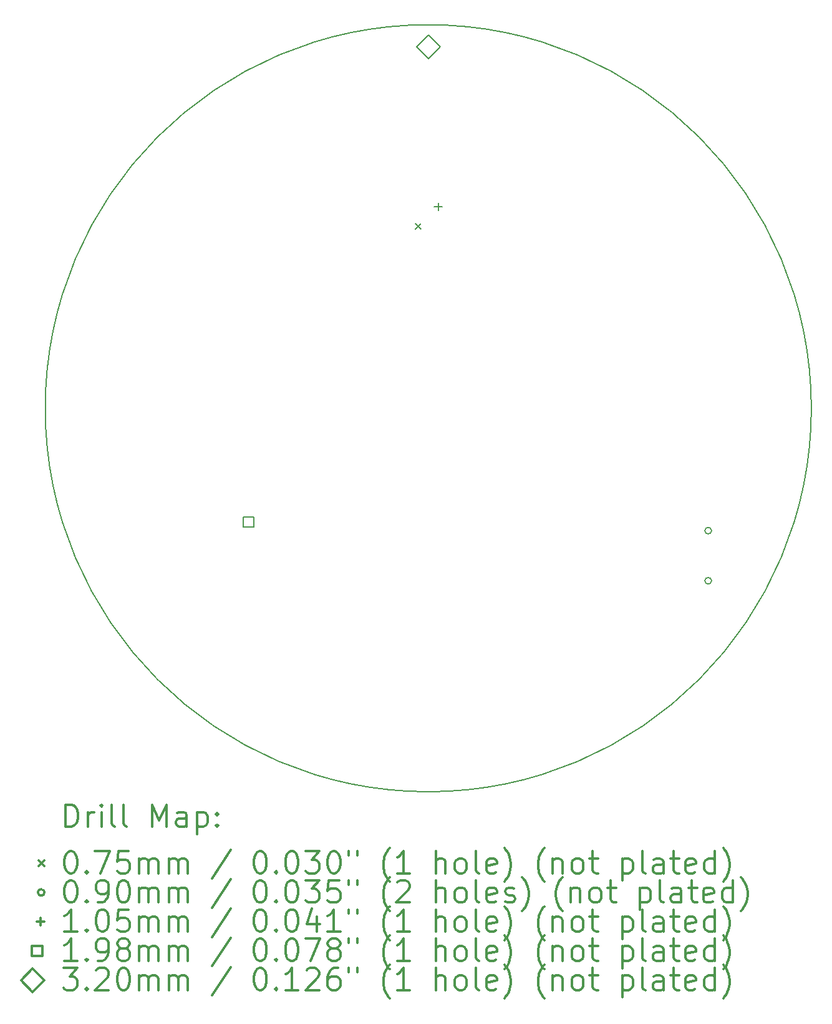
<source format=gbr>
%FSLAX45Y45*%
G04 Gerber Fmt 4.5, Leading zero omitted, Abs format (unit mm)*
G04 Created by KiCad (PCBNEW 5.0.0-rc2-dev-unknown+dfsg1+20180318-3) date Tue May 22 19:10:06 2018*
%MOMM*%
%LPD*%
G01*
G04 APERTURE LIST*
%ADD10C,0.200000*%
%ADD11C,0.300000*%
G04 APERTURE END LIST*
D10*
X20750000Y-8050000D02*
G75*
G03X20750000Y-8050000I-5200000J0D01*
G01*
D10*
X15378150Y-5546850D02*
X15453150Y-5621850D01*
X15453150Y-5546850D02*
X15378150Y-5621850D01*
X19395000Y-9710000D02*
G75*
G03X19395000Y-9710000I-45000J0D01*
G01*
X19395000Y-10390000D02*
G75*
G03X19395000Y-10390000I-45000J0D01*
G01*
X15684350Y-5263150D02*
X15684350Y-5368150D01*
X15631850Y-5315650D02*
X15736850Y-5315650D01*
X13180377Y-9661667D02*
X13180377Y-9521573D01*
X13040283Y-9521573D01*
X13040283Y-9661667D01*
X13180377Y-9661667D01*
X15550000Y-3310000D02*
X15710000Y-3150000D01*
X15550000Y-2990000D01*
X15390000Y-3150000D01*
X15550000Y-3310000D01*
D11*
X10626428Y-13725714D02*
X10626428Y-13425714D01*
X10697857Y-13425714D01*
X10740714Y-13440000D01*
X10769286Y-13468571D01*
X10783571Y-13497143D01*
X10797857Y-13554286D01*
X10797857Y-13597143D01*
X10783571Y-13654286D01*
X10769286Y-13682857D01*
X10740714Y-13711429D01*
X10697857Y-13725714D01*
X10626428Y-13725714D01*
X10926428Y-13725714D02*
X10926428Y-13525714D01*
X10926428Y-13582857D02*
X10940714Y-13554286D01*
X10955000Y-13540000D01*
X10983571Y-13525714D01*
X11012143Y-13525714D01*
X11112143Y-13725714D02*
X11112143Y-13525714D01*
X11112143Y-13425714D02*
X11097857Y-13440000D01*
X11112143Y-13454286D01*
X11126428Y-13440000D01*
X11112143Y-13425714D01*
X11112143Y-13454286D01*
X11297857Y-13725714D02*
X11269286Y-13711429D01*
X11255000Y-13682857D01*
X11255000Y-13425714D01*
X11455000Y-13725714D02*
X11426428Y-13711429D01*
X11412143Y-13682857D01*
X11412143Y-13425714D01*
X11797857Y-13725714D02*
X11797857Y-13425714D01*
X11897857Y-13640000D01*
X11997857Y-13425714D01*
X11997857Y-13725714D01*
X12269286Y-13725714D02*
X12269286Y-13568571D01*
X12255000Y-13540000D01*
X12226428Y-13525714D01*
X12169286Y-13525714D01*
X12140714Y-13540000D01*
X12269286Y-13711429D02*
X12240714Y-13725714D01*
X12169286Y-13725714D01*
X12140714Y-13711429D01*
X12126428Y-13682857D01*
X12126428Y-13654286D01*
X12140714Y-13625714D01*
X12169286Y-13611429D01*
X12240714Y-13611429D01*
X12269286Y-13597143D01*
X12412143Y-13525714D02*
X12412143Y-13825714D01*
X12412143Y-13540000D02*
X12440714Y-13525714D01*
X12497857Y-13525714D01*
X12526428Y-13540000D01*
X12540714Y-13554286D01*
X12555000Y-13582857D01*
X12555000Y-13668571D01*
X12540714Y-13697143D01*
X12526428Y-13711429D01*
X12497857Y-13725714D01*
X12440714Y-13725714D01*
X12412143Y-13711429D01*
X12683571Y-13697143D02*
X12697857Y-13711429D01*
X12683571Y-13725714D01*
X12669286Y-13711429D01*
X12683571Y-13697143D01*
X12683571Y-13725714D01*
X12683571Y-13540000D02*
X12697857Y-13554286D01*
X12683571Y-13568571D01*
X12669286Y-13554286D01*
X12683571Y-13540000D01*
X12683571Y-13568571D01*
X10265000Y-14182500D02*
X10340000Y-14257500D01*
X10340000Y-14182500D02*
X10265000Y-14257500D01*
X10683571Y-14055714D02*
X10712143Y-14055714D01*
X10740714Y-14070000D01*
X10755000Y-14084286D01*
X10769286Y-14112857D01*
X10783571Y-14170000D01*
X10783571Y-14241429D01*
X10769286Y-14298571D01*
X10755000Y-14327143D01*
X10740714Y-14341429D01*
X10712143Y-14355714D01*
X10683571Y-14355714D01*
X10655000Y-14341429D01*
X10640714Y-14327143D01*
X10626428Y-14298571D01*
X10612143Y-14241429D01*
X10612143Y-14170000D01*
X10626428Y-14112857D01*
X10640714Y-14084286D01*
X10655000Y-14070000D01*
X10683571Y-14055714D01*
X10912143Y-14327143D02*
X10926428Y-14341429D01*
X10912143Y-14355714D01*
X10897857Y-14341429D01*
X10912143Y-14327143D01*
X10912143Y-14355714D01*
X11026428Y-14055714D02*
X11226428Y-14055714D01*
X11097857Y-14355714D01*
X11483571Y-14055714D02*
X11340714Y-14055714D01*
X11326428Y-14198571D01*
X11340714Y-14184286D01*
X11369286Y-14170000D01*
X11440714Y-14170000D01*
X11469286Y-14184286D01*
X11483571Y-14198571D01*
X11497857Y-14227143D01*
X11497857Y-14298571D01*
X11483571Y-14327143D01*
X11469286Y-14341429D01*
X11440714Y-14355714D01*
X11369286Y-14355714D01*
X11340714Y-14341429D01*
X11326428Y-14327143D01*
X11626428Y-14355714D02*
X11626428Y-14155714D01*
X11626428Y-14184286D02*
X11640714Y-14170000D01*
X11669286Y-14155714D01*
X11712143Y-14155714D01*
X11740714Y-14170000D01*
X11755000Y-14198571D01*
X11755000Y-14355714D01*
X11755000Y-14198571D02*
X11769286Y-14170000D01*
X11797857Y-14155714D01*
X11840714Y-14155714D01*
X11869286Y-14170000D01*
X11883571Y-14198571D01*
X11883571Y-14355714D01*
X12026428Y-14355714D02*
X12026428Y-14155714D01*
X12026428Y-14184286D02*
X12040714Y-14170000D01*
X12069286Y-14155714D01*
X12112143Y-14155714D01*
X12140714Y-14170000D01*
X12155000Y-14198571D01*
X12155000Y-14355714D01*
X12155000Y-14198571D02*
X12169286Y-14170000D01*
X12197857Y-14155714D01*
X12240714Y-14155714D01*
X12269286Y-14170000D01*
X12283571Y-14198571D01*
X12283571Y-14355714D01*
X12869286Y-14041429D02*
X12612143Y-14427143D01*
X13255000Y-14055714D02*
X13283571Y-14055714D01*
X13312143Y-14070000D01*
X13326428Y-14084286D01*
X13340714Y-14112857D01*
X13355000Y-14170000D01*
X13355000Y-14241429D01*
X13340714Y-14298571D01*
X13326428Y-14327143D01*
X13312143Y-14341429D01*
X13283571Y-14355714D01*
X13255000Y-14355714D01*
X13226428Y-14341429D01*
X13212143Y-14327143D01*
X13197857Y-14298571D01*
X13183571Y-14241429D01*
X13183571Y-14170000D01*
X13197857Y-14112857D01*
X13212143Y-14084286D01*
X13226428Y-14070000D01*
X13255000Y-14055714D01*
X13483571Y-14327143D02*
X13497857Y-14341429D01*
X13483571Y-14355714D01*
X13469286Y-14341429D01*
X13483571Y-14327143D01*
X13483571Y-14355714D01*
X13683571Y-14055714D02*
X13712143Y-14055714D01*
X13740714Y-14070000D01*
X13755000Y-14084286D01*
X13769286Y-14112857D01*
X13783571Y-14170000D01*
X13783571Y-14241429D01*
X13769286Y-14298571D01*
X13755000Y-14327143D01*
X13740714Y-14341429D01*
X13712143Y-14355714D01*
X13683571Y-14355714D01*
X13655000Y-14341429D01*
X13640714Y-14327143D01*
X13626428Y-14298571D01*
X13612143Y-14241429D01*
X13612143Y-14170000D01*
X13626428Y-14112857D01*
X13640714Y-14084286D01*
X13655000Y-14070000D01*
X13683571Y-14055714D01*
X13883571Y-14055714D02*
X14069286Y-14055714D01*
X13969286Y-14170000D01*
X14012143Y-14170000D01*
X14040714Y-14184286D01*
X14055000Y-14198571D01*
X14069286Y-14227143D01*
X14069286Y-14298571D01*
X14055000Y-14327143D01*
X14040714Y-14341429D01*
X14012143Y-14355714D01*
X13926428Y-14355714D01*
X13897857Y-14341429D01*
X13883571Y-14327143D01*
X14255000Y-14055714D02*
X14283571Y-14055714D01*
X14312143Y-14070000D01*
X14326428Y-14084286D01*
X14340714Y-14112857D01*
X14355000Y-14170000D01*
X14355000Y-14241429D01*
X14340714Y-14298571D01*
X14326428Y-14327143D01*
X14312143Y-14341429D01*
X14283571Y-14355714D01*
X14255000Y-14355714D01*
X14226428Y-14341429D01*
X14212143Y-14327143D01*
X14197857Y-14298571D01*
X14183571Y-14241429D01*
X14183571Y-14170000D01*
X14197857Y-14112857D01*
X14212143Y-14084286D01*
X14226428Y-14070000D01*
X14255000Y-14055714D01*
X14469286Y-14055714D02*
X14469286Y-14112857D01*
X14583571Y-14055714D02*
X14583571Y-14112857D01*
X15026428Y-14470000D02*
X15012143Y-14455714D01*
X14983571Y-14412857D01*
X14969286Y-14384286D01*
X14955000Y-14341429D01*
X14940714Y-14270000D01*
X14940714Y-14212857D01*
X14955000Y-14141429D01*
X14969286Y-14098571D01*
X14983571Y-14070000D01*
X15012143Y-14027143D01*
X15026428Y-14012857D01*
X15297857Y-14355714D02*
X15126428Y-14355714D01*
X15212143Y-14355714D02*
X15212143Y-14055714D01*
X15183571Y-14098571D01*
X15155000Y-14127143D01*
X15126428Y-14141429D01*
X15655000Y-14355714D02*
X15655000Y-14055714D01*
X15783571Y-14355714D02*
X15783571Y-14198571D01*
X15769286Y-14170000D01*
X15740714Y-14155714D01*
X15697857Y-14155714D01*
X15669286Y-14170000D01*
X15655000Y-14184286D01*
X15969286Y-14355714D02*
X15940714Y-14341429D01*
X15926428Y-14327143D01*
X15912143Y-14298571D01*
X15912143Y-14212857D01*
X15926428Y-14184286D01*
X15940714Y-14170000D01*
X15969286Y-14155714D01*
X16012143Y-14155714D01*
X16040714Y-14170000D01*
X16055000Y-14184286D01*
X16069286Y-14212857D01*
X16069286Y-14298571D01*
X16055000Y-14327143D01*
X16040714Y-14341429D01*
X16012143Y-14355714D01*
X15969286Y-14355714D01*
X16240714Y-14355714D02*
X16212143Y-14341429D01*
X16197857Y-14312857D01*
X16197857Y-14055714D01*
X16469286Y-14341429D02*
X16440714Y-14355714D01*
X16383571Y-14355714D01*
X16355000Y-14341429D01*
X16340714Y-14312857D01*
X16340714Y-14198571D01*
X16355000Y-14170000D01*
X16383571Y-14155714D01*
X16440714Y-14155714D01*
X16469286Y-14170000D01*
X16483571Y-14198571D01*
X16483571Y-14227143D01*
X16340714Y-14255714D01*
X16583571Y-14470000D02*
X16597857Y-14455714D01*
X16626428Y-14412857D01*
X16640714Y-14384286D01*
X16655000Y-14341429D01*
X16669286Y-14270000D01*
X16669286Y-14212857D01*
X16655000Y-14141429D01*
X16640714Y-14098571D01*
X16626428Y-14070000D01*
X16597857Y-14027143D01*
X16583571Y-14012857D01*
X17126428Y-14470000D02*
X17112143Y-14455714D01*
X17083571Y-14412857D01*
X17069286Y-14384286D01*
X17055000Y-14341429D01*
X17040714Y-14270000D01*
X17040714Y-14212857D01*
X17055000Y-14141429D01*
X17069286Y-14098571D01*
X17083571Y-14070000D01*
X17112143Y-14027143D01*
X17126428Y-14012857D01*
X17240714Y-14155714D02*
X17240714Y-14355714D01*
X17240714Y-14184286D02*
X17255000Y-14170000D01*
X17283571Y-14155714D01*
X17326428Y-14155714D01*
X17355000Y-14170000D01*
X17369286Y-14198571D01*
X17369286Y-14355714D01*
X17555000Y-14355714D02*
X17526428Y-14341429D01*
X17512143Y-14327143D01*
X17497857Y-14298571D01*
X17497857Y-14212857D01*
X17512143Y-14184286D01*
X17526428Y-14170000D01*
X17555000Y-14155714D01*
X17597857Y-14155714D01*
X17626428Y-14170000D01*
X17640714Y-14184286D01*
X17655000Y-14212857D01*
X17655000Y-14298571D01*
X17640714Y-14327143D01*
X17626428Y-14341429D01*
X17597857Y-14355714D01*
X17555000Y-14355714D01*
X17740714Y-14155714D02*
X17855000Y-14155714D01*
X17783571Y-14055714D02*
X17783571Y-14312857D01*
X17797857Y-14341429D01*
X17826428Y-14355714D01*
X17855000Y-14355714D01*
X18183571Y-14155714D02*
X18183571Y-14455714D01*
X18183571Y-14170000D02*
X18212143Y-14155714D01*
X18269286Y-14155714D01*
X18297857Y-14170000D01*
X18312143Y-14184286D01*
X18326428Y-14212857D01*
X18326428Y-14298571D01*
X18312143Y-14327143D01*
X18297857Y-14341429D01*
X18269286Y-14355714D01*
X18212143Y-14355714D01*
X18183571Y-14341429D01*
X18497857Y-14355714D02*
X18469286Y-14341429D01*
X18455000Y-14312857D01*
X18455000Y-14055714D01*
X18740714Y-14355714D02*
X18740714Y-14198571D01*
X18726428Y-14170000D01*
X18697857Y-14155714D01*
X18640714Y-14155714D01*
X18612143Y-14170000D01*
X18740714Y-14341429D02*
X18712143Y-14355714D01*
X18640714Y-14355714D01*
X18612143Y-14341429D01*
X18597857Y-14312857D01*
X18597857Y-14284286D01*
X18612143Y-14255714D01*
X18640714Y-14241429D01*
X18712143Y-14241429D01*
X18740714Y-14227143D01*
X18840714Y-14155714D02*
X18955000Y-14155714D01*
X18883571Y-14055714D02*
X18883571Y-14312857D01*
X18897857Y-14341429D01*
X18926428Y-14355714D01*
X18955000Y-14355714D01*
X19169286Y-14341429D02*
X19140714Y-14355714D01*
X19083571Y-14355714D01*
X19055000Y-14341429D01*
X19040714Y-14312857D01*
X19040714Y-14198571D01*
X19055000Y-14170000D01*
X19083571Y-14155714D01*
X19140714Y-14155714D01*
X19169286Y-14170000D01*
X19183571Y-14198571D01*
X19183571Y-14227143D01*
X19040714Y-14255714D01*
X19440714Y-14355714D02*
X19440714Y-14055714D01*
X19440714Y-14341429D02*
X19412143Y-14355714D01*
X19355000Y-14355714D01*
X19326428Y-14341429D01*
X19312143Y-14327143D01*
X19297857Y-14298571D01*
X19297857Y-14212857D01*
X19312143Y-14184286D01*
X19326428Y-14170000D01*
X19355000Y-14155714D01*
X19412143Y-14155714D01*
X19440714Y-14170000D01*
X19555000Y-14470000D02*
X19569286Y-14455714D01*
X19597857Y-14412857D01*
X19612143Y-14384286D01*
X19626428Y-14341429D01*
X19640714Y-14270000D01*
X19640714Y-14212857D01*
X19626428Y-14141429D01*
X19612143Y-14098571D01*
X19597857Y-14070000D01*
X19569286Y-14027143D01*
X19555000Y-14012857D01*
X10340000Y-14616000D02*
G75*
G03X10340000Y-14616000I-45000J0D01*
G01*
X10683571Y-14451714D02*
X10712143Y-14451714D01*
X10740714Y-14466000D01*
X10755000Y-14480286D01*
X10769286Y-14508857D01*
X10783571Y-14566000D01*
X10783571Y-14637429D01*
X10769286Y-14694571D01*
X10755000Y-14723143D01*
X10740714Y-14737429D01*
X10712143Y-14751714D01*
X10683571Y-14751714D01*
X10655000Y-14737429D01*
X10640714Y-14723143D01*
X10626428Y-14694571D01*
X10612143Y-14637429D01*
X10612143Y-14566000D01*
X10626428Y-14508857D01*
X10640714Y-14480286D01*
X10655000Y-14466000D01*
X10683571Y-14451714D01*
X10912143Y-14723143D02*
X10926428Y-14737429D01*
X10912143Y-14751714D01*
X10897857Y-14737429D01*
X10912143Y-14723143D01*
X10912143Y-14751714D01*
X11069286Y-14751714D02*
X11126428Y-14751714D01*
X11155000Y-14737429D01*
X11169286Y-14723143D01*
X11197857Y-14680286D01*
X11212143Y-14623143D01*
X11212143Y-14508857D01*
X11197857Y-14480286D01*
X11183571Y-14466000D01*
X11155000Y-14451714D01*
X11097857Y-14451714D01*
X11069286Y-14466000D01*
X11055000Y-14480286D01*
X11040714Y-14508857D01*
X11040714Y-14580286D01*
X11055000Y-14608857D01*
X11069286Y-14623143D01*
X11097857Y-14637429D01*
X11155000Y-14637429D01*
X11183571Y-14623143D01*
X11197857Y-14608857D01*
X11212143Y-14580286D01*
X11397857Y-14451714D02*
X11426428Y-14451714D01*
X11455000Y-14466000D01*
X11469286Y-14480286D01*
X11483571Y-14508857D01*
X11497857Y-14566000D01*
X11497857Y-14637429D01*
X11483571Y-14694571D01*
X11469286Y-14723143D01*
X11455000Y-14737429D01*
X11426428Y-14751714D01*
X11397857Y-14751714D01*
X11369286Y-14737429D01*
X11355000Y-14723143D01*
X11340714Y-14694571D01*
X11326428Y-14637429D01*
X11326428Y-14566000D01*
X11340714Y-14508857D01*
X11355000Y-14480286D01*
X11369286Y-14466000D01*
X11397857Y-14451714D01*
X11626428Y-14751714D02*
X11626428Y-14551714D01*
X11626428Y-14580286D02*
X11640714Y-14566000D01*
X11669286Y-14551714D01*
X11712143Y-14551714D01*
X11740714Y-14566000D01*
X11755000Y-14594571D01*
X11755000Y-14751714D01*
X11755000Y-14594571D02*
X11769286Y-14566000D01*
X11797857Y-14551714D01*
X11840714Y-14551714D01*
X11869286Y-14566000D01*
X11883571Y-14594571D01*
X11883571Y-14751714D01*
X12026428Y-14751714D02*
X12026428Y-14551714D01*
X12026428Y-14580286D02*
X12040714Y-14566000D01*
X12069286Y-14551714D01*
X12112143Y-14551714D01*
X12140714Y-14566000D01*
X12155000Y-14594571D01*
X12155000Y-14751714D01*
X12155000Y-14594571D02*
X12169286Y-14566000D01*
X12197857Y-14551714D01*
X12240714Y-14551714D01*
X12269286Y-14566000D01*
X12283571Y-14594571D01*
X12283571Y-14751714D01*
X12869286Y-14437429D02*
X12612143Y-14823143D01*
X13255000Y-14451714D02*
X13283571Y-14451714D01*
X13312143Y-14466000D01*
X13326428Y-14480286D01*
X13340714Y-14508857D01*
X13355000Y-14566000D01*
X13355000Y-14637429D01*
X13340714Y-14694571D01*
X13326428Y-14723143D01*
X13312143Y-14737429D01*
X13283571Y-14751714D01*
X13255000Y-14751714D01*
X13226428Y-14737429D01*
X13212143Y-14723143D01*
X13197857Y-14694571D01*
X13183571Y-14637429D01*
X13183571Y-14566000D01*
X13197857Y-14508857D01*
X13212143Y-14480286D01*
X13226428Y-14466000D01*
X13255000Y-14451714D01*
X13483571Y-14723143D02*
X13497857Y-14737429D01*
X13483571Y-14751714D01*
X13469286Y-14737429D01*
X13483571Y-14723143D01*
X13483571Y-14751714D01*
X13683571Y-14451714D02*
X13712143Y-14451714D01*
X13740714Y-14466000D01*
X13755000Y-14480286D01*
X13769286Y-14508857D01*
X13783571Y-14566000D01*
X13783571Y-14637429D01*
X13769286Y-14694571D01*
X13755000Y-14723143D01*
X13740714Y-14737429D01*
X13712143Y-14751714D01*
X13683571Y-14751714D01*
X13655000Y-14737429D01*
X13640714Y-14723143D01*
X13626428Y-14694571D01*
X13612143Y-14637429D01*
X13612143Y-14566000D01*
X13626428Y-14508857D01*
X13640714Y-14480286D01*
X13655000Y-14466000D01*
X13683571Y-14451714D01*
X13883571Y-14451714D02*
X14069286Y-14451714D01*
X13969286Y-14566000D01*
X14012143Y-14566000D01*
X14040714Y-14580286D01*
X14055000Y-14594571D01*
X14069286Y-14623143D01*
X14069286Y-14694571D01*
X14055000Y-14723143D01*
X14040714Y-14737429D01*
X14012143Y-14751714D01*
X13926428Y-14751714D01*
X13897857Y-14737429D01*
X13883571Y-14723143D01*
X14340714Y-14451714D02*
X14197857Y-14451714D01*
X14183571Y-14594571D01*
X14197857Y-14580286D01*
X14226428Y-14566000D01*
X14297857Y-14566000D01*
X14326428Y-14580286D01*
X14340714Y-14594571D01*
X14355000Y-14623143D01*
X14355000Y-14694571D01*
X14340714Y-14723143D01*
X14326428Y-14737429D01*
X14297857Y-14751714D01*
X14226428Y-14751714D01*
X14197857Y-14737429D01*
X14183571Y-14723143D01*
X14469286Y-14451714D02*
X14469286Y-14508857D01*
X14583571Y-14451714D02*
X14583571Y-14508857D01*
X15026428Y-14866000D02*
X15012143Y-14851714D01*
X14983571Y-14808857D01*
X14969286Y-14780286D01*
X14955000Y-14737429D01*
X14940714Y-14666000D01*
X14940714Y-14608857D01*
X14955000Y-14537429D01*
X14969286Y-14494571D01*
X14983571Y-14466000D01*
X15012143Y-14423143D01*
X15026428Y-14408857D01*
X15126428Y-14480286D02*
X15140714Y-14466000D01*
X15169286Y-14451714D01*
X15240714Y-14451714D01*
X15269286Y-14466000D01*
X15283571Y-14480286D01*
X15297857Y-14508857D01*
X15297857Y-14537429D01*
X15283571Y-14580286D01*
X15112143Y-14751714D01*
X15297857Y-14751714D01*
X15655000Y-14751714D02*
X15655000Y-14451714D01*
X15783571Y-14751714D02*
X15783571Y-14594571D01*
X15769286Y-14566000D01*
X15740714Y-14551714D01*
X15697857Y-14551714D01*
X15669286Y-14566000D01*
X15655000Y-14580286D01*
X15969286Y-14751714D02*
X15940714Y-14737429D01*
X15926428Y-14723143D01*
X15912143Y-14694571D01*
X15912143Y-14608857D01*
X15926428Y-14580286D01*
X15940714Y-14566000D01*
X15969286Y-14551714D01*
X16012143Y-14551714D01*
X16040714Y-14566000D01*
X16055000Y-14580286D01*
X16069286Y-14608857D01*
X16069286Y-14694571D01*
X16055000Y-14723143D01*
X16040714Y-14737429D01*
X16012143Y-14751714D01*
X15969286Y-14751714D01*
X16240714Y-14751714D02*
X16212143Y-14737429D01*
X16197857Y-14708857D01*
X16197857Y-14451714D01*
X16469286Y-14737429D02*
X16440714Y-14751714D01*
X16383571Y-14751714D01*
X16355000Y-14737429D01*
X16340714Y-14708857D01*
X16340714Y-14594571D01*
X16355000Y-14566000D01*
X16383571Y-14551714D01*
X16440714Y-14551714D01*
X16469286Y-14566000D01*
X16483571Y-14594571D01*
X16483571Y-14623143D01*
X16340714Y-14651714D01*
X16597857Y-14737429D02*
X16626428Y-14751714D01*
X16683571Y-14751714D01*
X16712143Y-14737429D01*
X16726428Y-14708857D01*
X16726428Y-14694571D01*
X16712143Y-14666000D01*
X16683571Y-14651714D01*
X16640714Y-14651714D01*
X16612143Y-14637429D01*
X16597857Y-14608857D01*
X16597857Y-14594571D01*
X16612143Y-14566000D01*
X16640714Y-14551714D01*
X16683571Y-14551714D01*
X16712143Y-14566000D01*
X16826428Y-14866000D02*
X16840714Y-14851714D01*
X16869286Y-14808857D01*
X16883571Y-14780286D01*
X16897857Y-14737429D01*
X16912143Y-14666000D01*
X16912143Y-14608857D01*
X16897857Y-14537429D01*
X16883571Y-14494571D01*
X16869286Y-14466000D01*
X16840714Y-14423143D01*
X16826428Y-14408857D01*
X17369286Y-14866000D02*
X17355000Y-14851714D01*
X17326428Y-14808857D01*
X17312143Y-14780286D01*
X17297857Y-14737429D01*
X17283571Y-14666000D01*
X17283571Y-14608857D01*
X17297857Y-14537429D01*
X17312143Y-14494571D01*
X17326428Y-14466000D01*
X17355000Y-14423143D01*
X17369286Y-14408857D01*
X17483571Y-14551714D02*
X17483571Y-14751714D01*
X17483571Y-14580286D02*
X17497857Y-14566000D01*
X17526428Y-14551714D01*
X17569286Y-14551714D01*
X17597857Y-14566000D01*
X17612143Y-14594571D01*
X17612143Y-14751714D01*
X17797857Y-14751714D02*
X17769286Y-14737429D01*
X17755000Y-14723143D01*
X17740714Y-14694571D01*
X17740714Y-14608857D01*
X17755000Y-14580286D01*
X17769286Y-14566000D01*
X17797857Y-14551714D01*
X17840714Y-14551714D01*
X17869286Y-14566000D01*
X17883571Y-14580286D01*
X17897857Y-14608857D01*
X17897857Y-14694571D01*
X17883571Y-14723143D01*
X17869286Y-14737429D01*
X17840714Y-14751714D01*
X17797857Y-14751714D01*
X17983571Y-14551714D02*
X18097857Y-14551714D01*
X18026428Y-14451714D02*
X18026428Y-14708857D01*
X18040714Y-14737429D01*
X18069286Y-14751714D01*
X18097857Y-14751714D01*
X18426428Y-14551714D02*
X18426428Y-14851714D01*
X18426428Y-14566000D02*
X18455000Y-14551714D01*
X18512143Y-14551714D01*
X18540714Y-14566000D01*
X18555000Y-14580286D01*
X18569286Y-14608857D01*
X18569286Y-14694571D01*
X18555000Y-14723143D01*
X18540714Y-14737429D01*
X18512143Y-14751714D01*
X18455000Y-14751714D01*
X18426428Y-14737429D01*
X18740714Y-14751714D02*
X18712143Y-14737429D01*
X18697857Y-14708857D01*
X18697857Y-14451714D01*
X18983571Y-14751714D02*
X18983571Y-14594571D01*
X18969286Y-14566000D01*
X18940714Y-14551714D01*
X18883571Y-14551714D01*
X18855000Y-14566000D01*
X18983571Y-14737429D02*
X18955000Y-14751714D01*
X18883571Y-14751714D01*
X18855000Y-14737429D01*
X18840714Y-14708857D01*
X18840714Y-14680286D01*
X18855000Y-14651714D01*
X18883571Y-14637429D01*
X18955000Y-14637429D01*
X18983571Y-14623143D01*
X19083571Y-14551714D02*
X19197857Y-14551714D01*
X19126428Y-14451714D02*
X19126428Y-14708857D01*
X19140714Y-14737429D01*
X19169286Y-14751714D01*
X19197857Y-14751714D01*
X19412143Y-14737429D02*
X19383571Y-14751714D01*
X19326428Y-14751714D01*
X19297857Y-14737429D01*
X19283571Y-14708857D01*
X19283571Y-14594571D01*
X19297857Y-14566000D01*
X19326428Y-14551714D01*
X19383571Y-14551714D01*
X19412143Y-14566000D01*
X19426428Y-14594571D01*
X19426428Y-14623143D01*
X19283571Y-14651714D01*
X19683571Y-14751714D02*
X19683571Y-14451714D01*
X19683571Y-14737429D02*
X19655000Y-14751714D01*
X19597857Y-14751714D01*
X19569286Y-14737429D01*
X19555000Y-14723143D01*
X19540714Y-14694571D01*
X19540714Y-14608857D01*
X19555000Y-14580286D01*
X19569286Y-14566000D01*
X19597857Y-14551714D01*
X19655000Y-14551714D01*
X19683571Y-14566000D01*
X19797857Y-14866000D02*
X19812143Y-14851714D01*
X19840714Y-14808857D01*
X19855000Y-14780286D01*
X19869286Y-14737429D01*
X19883571Y-14666000D01*
X19883571Y-14608857D01*
X19869286Y-14537429D01*
X19855000Y-14494571D01*
X19840714Y-14466000D01*
X19812143Y-14423143D01*
X19797857Y-14408857D01*
X10287500Y-14959500D02*
X10287500Y-15064500D01*
X10235000Y-15012000D02*
X10340000Y-15012000D01*
X10783571Y-15147714D02*
X10612143Y-15147714D01*
X10697857Y-15147714D02*
X10697857Y-14847714D01*
X10669286Y-14890571D01*
X10640714Y-14919143D01*
X10612143Y-14933429D01*
X10912143Y-15119143D02*
X10926428Y-15133429D01*
X10912143Y-15147714D01*
X10897857Y-15133429D01*
X10912143Y-15119143D01*
X10912143Y-15147714D01*
X11112143Y-14847714D02*
X11140714Y-14847714D01*
X11169286Y-14862000D01*
X11183571Y-14876286D01*
X11197857Y-14904857D01*
X11212143Y-14962000D01*
X11212143Y-15033429D01*
X11197857Y-15090571D01*
X11183571Y-15119143D01*
X11169286Y-15133429D01*
X11140714Y-15147714D01*
X11112143Y-15147714D01*
X11083571Y-15133429D01*
X11069286Y-15119143D01*
X11055000Y-15090571D01*
X11040714Y-15033429D01*
X11040714Y-14962000D01*
X11055000Y-14904857D01*
X11069286Y-14876286D01*
X11083571Y-14862000D01*
X11112143Y-14847714D01*
X11483571Y-14847714D02*
X11340714Y-14847714D01*
X11326428Y-14990571D01*
X11340714Y-14976286D01*
X11369286Y-14962000D01*
X11440714Y-14962000D01*
X11469286Y-14976286D01*
X11483571Y-14990571D01*
X11497857Y-15019143D01*
X11497857Y-15090571D01*
X11483571Y-15119143D01*
X11469286Y-15133429D01*
X11440714Y-15147714D01*
X11369286Y-15147714D01*
X11340714Y-15133429D01*
X11326428Y-15119143D01*
X11626428Y-15147714D02*
X11626428Y-14947714D01*
X11626428Y-14976286D02*
X11640714Y-14962000D01*
X11669286Y-14947714D01*
X11712143Y-14947714D01*
X11740714Y-14962000D01*
X11755000Y-14990571D01*
X11755000Y-15147714D01*
X11755000Y-14990571D02*
X11769286Y-14962000D01*
X11797857Y-14947714D01*
X11840714Y-14947714D01*
X11869286Y-14962000D01*
X11883571Y-14990571D01*
X11883571Y-15147714D01*
X12026428Y-15147714D02*
X12026428Y-14947714D01*
X12026428Y-14976286D02*
X12040714Y-14962000D01*
X12069286Y-14947714D01*
X12112143Y-14947714D01*
X12140714Y-14962000D01*
X12155000Y-14990571D01*
X12155000Y-15147714D01*
X12155000Y-14990571D02*
X12169286Y-14962000D01*
X12197857Y-14947714D01*
X12240714Y-14947714D01*
X12269286Y-14962000D01*
X12283571Y-14990571D01*
X12283571Y-15147714D01*
X12869286Y-14833429D02*
X12612143Y-15219143D01*
X13255000Y-14847714D02*
X13283571Y-14847714D01*
X13312143Y-14862000D01*
X13326428Y-14876286D01*
X13340714Y-14904857D01*
X13355000Y-14962000D01*
X13355000Y-15033429D01*
X13340714Y-15090571D01*
X13326428Y-15119143D01*
X13312143Y-15133429D01*
X13283571Y-15147714D01*
X13255000Y-15147714D01*
X13226428Y-15133429D01*
X13212143Y-15119143D01*
X13197857Y-15090571D01*
X13183571Y-15033429D01*
X13183571Y-14962000D01*
X13197857Y-14904857D01*
X13212143Y-14876286D01*
X13226428Y-14862000D01*
X13255000Y-14847714D01*
X13483571Y-15119143D02*
X13497857Y-15133429D01*
X13483571Y-15147714D01*
X13469286Y-15133429D01*
X13483571Y-15119143D01*
X13483571Y-15147714D01*
X13683571Y-14847714D02*
X13712143Y-14847714D01*
X13740714Y-14862000D01*
X13755000Y-14876286D01*
X13769286Y-14904857D01*
X13783571Y-14962000D01*
X13783571Y-15033429D01*
X13769286Y-15090571D01*
X13755000Y-15119143D01*
X13740714Y-15133429D01*
X13712143Y-15147714D01*
X13683571Y-15147714D01*
X13655000Y-15133429D01*
X13640714Y-15119143D01*
X13626428Y-15090571D01*
X13612143Y-15033429D01*
X13612143Y-14962000D01*
X13626428Y-14904857D01*
X13640714Y-14876286D01*
X13655000Y-14862000D01*
X13683571Y-14847714D01*
X14040714Y-14947714D02*
X14040714Y-15147714D01*
X13969286Y-14833429D02*
X13897857Y-15047714D01*
X14083571Y-15047714D01*
X14355000Y-15147714D02*
X14183571Y-15147714D01*
X14269286Y-15147714D02*
X14269286Y-14847714D01*
X14240714Y-14890571D01*
X14212143Y-14919143D01*
X14183571Y-14933429D01*
X14469286Y-14847714D02*
X14469286Y-14904857D01*
X14583571Y-14847714D02*
X14583571Y-14904857D01*
X15026428Y-15262000D02*
X15012143Y-15247714D01*
X14983571Y-15204857D01*
X14969286Y-15176286D01*
X14955000Y-15133429D01*
X14940714Y-15062000D01*
X14940714Y-15004857D01*
X14955000Y-14933429D01*
X14969286Y-14890571D01*
X14983571Y-14862000D01*
X15012143Y-14819143D01*
X15026428Y-14804857D01*
X15297857Y-15147714D02*
X15126428Y-15147714D01*
X15212143Y-15147714D02*
X15212143Y-14847714D01*
X15183571Y-14890571D01*
X15155000Y-14919143D01*
X15126428Y-14933429D01*
X15655000Y-15147714D02*
X15655000Y-14847714D01*
X15783571Y-15147714D02*
X15783571Y-14990571D01*
X15769286Y-14962000D01*
X15740714Y-14947714D01*
X15697857Y-14947714D01*
X15669286Y-14962000D01*
X15655000Y-14976286D01*
X15969286Y-15147714D02*
X15940714Y-15133429D01*
X15926428Y-15119143D01*
X15912143Y-15090571D01*
X15912143Y-15004857D01*
X15926428Y-14976286D01*
X15940714Y-14962000D01*
X15969286Y-14947714D01*
X16012143Y-14947714D01*
X16040714Y-14962000D01*
X16055000Y-14976286D01*
X16069286Y-15004857D01*
X16069286Y-15090571D01*
X16055000Y-15119143D01*
X16040714Y-15133429D01*
X16012143Y-15147714D01*
X15969286Y-15147714D01*
X16240714Y-15147714D02*
X16212143Y-15133429D01*
X16197857Y-15104857D01*
X16197857Y-14847714D01*
X16469286Y-15133429D02*
X16440714Y-15147714D01*
X16383571Y-15147714D01*
X16355000Y-15133429D01*
X16340714Y-15104857D01*
X16340714Y-14990571D01*
X16355000Y-14962000D01*
X16383571Y-14947714D01*
X16440714Y-14947714D01*
X16469286Y-14962000D01*
X16483571Y-14990571D01*
X16483571Y-15019143D01*
X16340714Y-15047714D01*
X16583571Y-15262000D02*
X16597857Y-15247714D01*
X16626428Y-15204857D01*
X16640714Y-15176286D01*
X16655000Y-15133429D01*
X16669286Y-15062000D01*
X16669286Y-15004857D01*
X16655000Y-14933429D01*
X16640714Y-14890571D01*
X16626428Y-14862000D01*
X16597857Y-14819143D01*
X16583571Y-14804857D01*
X17126428Y-15262000D02*
X17112143Y-15247714D01*
X17083571Y-15204857D01*
X17069286Y-15176286D01*
X17055000Y-15133429D01*
X17040714Y-15062000D01*
X17040714Y-15004857D01*
X17055000Y-14933429D01*
X17069286Y-14890571D01*
X17083571Y-14862000D01*
X17112143Y-14819143D01*
X17126428Y-14804857D01*
X17240714Y-14947714D02*
X17240714Y-15147714D01*
X17240714Y-14976286D02*
X17255000Y-14962000D01*
X17283571Y-14947714D01*
X17326428Y-14947714D01*
X17355000Y-14962000D01*
X17369286Y-14990571D01*
X17369286Y-15147714D01*
X17555000Y-15147714D02*
X17526428Y-15133429D01*
X17512143Y-15119143D01*
X17497857Y-15090571D01*
X17497857Y-15004857D01*
X17512143Y-14976286D01*
X17526428Y-14962000D01*
X17555000Y-14947714D01*
X17597857Y-14947714D01*
X17626428Y-14962000D01*
X17640714Y-14976286D01*
X17655000Y-15004857D01*
X17655000Y-15090571D01*
X17640714Y-15119143D01*
X17626428Y-15133429D01*
X17597857Y-15147714D01*
X17555000Y-15147714D01*
X17740714Y-14947714D02*
X17855000Y-14947714D01*
X17783571Y-14847714D02*
X17783571Y-15104857D01*
X17797857Y-15133429D01*
X17826428Y-15147714D01*
X17855000Y-15147714D01*
X18183571Y-14947714D02*
X18183571Y-15247714D01*
X18183571Y-14962000D02*
X18212143Y-14947714D01*
X18269286Y-14947714D01*
X18297857Y-14962000D01*
X18312143Y-14976286D01*
X18326428Y-15004857D01*
X18326428Y-15090571D01*
X18312143Y-15119143D01*
X18297857Y-15133429D01*
X18269286Y-15147714D01*
X18212143Y-15147714D01*
X18183571Y-15133429D01*
X18497857Y-15147714D02*
X18469286Y-15133429D01*
X18455000Y-15104857D01*
X18455000Y-14847714D01*
X18740714Y-15147714D02*
X18740714Y-14990571D01*
X18726428Y-14962000D01*
X18697857Y-14947714D01*
X18640714Y-14947714D01*
X18612143Y-14962000D01*
X18740714Y-15133429D02*
X18712143Y-15147714D01*
X18640714Y-15147714D01*
X18612143Y-15133429D01*
X18597857Y-15104857D01*
X18597857Y-15076286D01*
X18612143Y-15047714D01*
X18640714Y-15033429D01*
X18712143Y-15033429D01*
X18740714Y-15019143D01*
X18840714Y-14947714D02*
X18955000Y-14947714D01*
X18883571Y-14847714D02*
X18883571Y-15104857D01*
X18897857Y-15133429D01*
X18926428Y-15147714D01*
X18955000Y-15147714D01*
X19169286Y-15133429D02*
X19140714Y-15147714D01*
X19083571Y-15147714D01*
X19055000Y-15133429D01*
X19040714Y-15104857D01*
X19040714Y-14990571D01*
X19055000Y-14962000D01*
X19083571Y-14947714D01*
X19140714Y-14947714D01*
X19169286Y-14962000D01*
X19183571Y-14990571D01*
X19183571Y-15019143D01*
X19040714Y-15047714D01*
X19440714Y-15147714D02*
X19440714Y-14847714D01*
X19440714Y-15133429D02*
X19412143Y-15147714D01*
X19355000Y-15147714D01*
X19326428Y-15133429D01*
X19312143Y-15119143D01*
X19297857Y-15090571D01*
X19297857Y-15004857D01*
X19312143Y-14976286D01*
X19326428Y-14962000D01*
X19355000Y-14947714D01*
X19412143Y-14947714D01*
X19440714Y-14962000D01*
X19555000Y-15262000D02*
X19569286Y-15247714D01*
X19597857Y-15204857D01*
X19612143Y-15176286D01*
X19626428Y-15133429D01*
X19640714Y-15062000D01*
X19640714Y-15004857D01*
X19626428Y-14933429D01*
X19612143Y-14890571D01*
X19597857Y-14862000D01*
X19569286Y-14819143D01*
X19555000Y-14804857D01*
X10310987Y-15478047D02*
X10310987Y-15337953D01*
X10170893Y-15337953D01*
X10170893Y-15478047D01*
X10310987Y-15478047D01*
X10783571Y-15543714D02*
X10612143Y-15543714D01*
X10697857Y-15543714D02*
X10697857Y-15243714D01*
X10669286Y-15286571D01*
X10640714Y-15315143D01*
X10612143Y-15329429D01*
X10912143Y-15515143D02*
X10926428Y-15529429D01*
X10912143Y-15543714D01*
X10897857Y-15529429D01*
X10912143Y-15515143D01*
X10912143Y-15543714D01*
X11069286Y-15543714D02*
X11126428Y-15543714D01*
X11155000Y-15529429D01*
X11169286Y-15515143D01*
X11197857Y-15472286D01*
X11212143Y-15415143D01*
X11212143Y-15300857D01*
X11197857Y-15272286D01*
X11183571Y-15258000D01*
X11155000Y-15243714D01*
X11097857Y-15243714D01*
X11069286Y-15258000D01*
X11055000Y-15272286D01*
X11040714Y-15300857D01*
X11040714Y-15372286D01*
X11055000Y-15400857D01*
X11069286Y-15415143D01*
X11097857Y-15429429D01*
X11155000Y-15429429D01*
X11183571Y-15415143D01*
X11197857Y-15400857D01*
X11212143Y-15372286D01*
X11383571Y-15372286D02*
X11355000Y-15358000D01*
X11340714Y-15343714D01*
X11326428Y-15315143D01*
X11326428Y-15300857D01*
X11340714Y-15272286D01*
X11355000Y-15258000D01*
X11383571Y-15243714D01*
X11440714Y-15243714D01*
X11469286Y-15258000D01*
X11483571Y-15272286D01*
X11497857Y-15300857D01*
X11497857Y-15315143D01*
X11483571Y-15343714D01*
X11469286Y-15358000D01*
X11440714Y-15372286D01*
X11383571Y-15372286D01*
X11355000Y-15386571D01*
X11340714Y-15400857D01*
X11326428Y-15429429D01*
X11326428Y-15486571D01*
X11340714Y-15515143D01*
X11355000Y-15529429D01*
X11383571Y-15543714D01*
X11440714Y-15543714D01*
X11469286Y-15529429D01*
X11483571Y-15515143D01*
X11497857Y-15486571D01*
X11497857Y-15429429D01*
X11483571Y-15400857D01*
X11469286Y-15386571D01*
X11440714Y-15372286D01*
X11626428Y-15543714D02*
X11626428Y-15343714D01*
X11626428Y-15372286D02*
X11640714Y-15358000D01*
X11669286Y-15343714D01*
X11712143Y-15343714D01*
X11740714Y-15358000D01*
X11755000Y-15386571D01*
X11755000Y-15543714D01*
X11755000Y-15386571D02*
X11769286Y-15358000D01*
X11797857Y-15343714D01*
X11840714Y-15343714D01*
X11869286Y-15358000D01*
X11883571Y-15386571D01*
X11883571Y-15543714D01*
X12026428Y-15543714D02*
X12026428Y-15343714D01*
X12026428Y-15372286D02*
X12040714Y-15358000D01*
X12069286Y-15343714D01*
X12112143Y-15343714D01*
X12140714Y-15358000D01*
X12155000Y-15386571D01*
X12155000Y-15543714D01*
X12155000Y-15386571D02*
X12169286Y-15358000D01*
X12197857Y-15343714D01*
X12240714Y-15343714D01*
X12269286Y-15358000D01*
X12283571Y-15386571D01*
X12283571Y-15543714D01*
X12869286Y-15229429D02*
X12612143Y-15615143D01*
X13255000Y-15243714D02*
X13283571Y-15243714D01*
X13312143Y-15258000D01*
X13326428Y-15272286D01*
X13340714Y-15300857D01*
X13355000Y-15358000D01*
X13355000Y-15429429D01*
X13340714Y-15486571D01*
X13326428Y-15515143D01*
X13312143Y-15529429D01*
X13283571Y-15543714D01*
X13255000Y-15543714D01*
X13226428Y-15529429D01*
X13212143Y-15515143D01*
X13197857Y-15486571D01*
X13183571Y-15429429D01*
X13183571Y-15358000D01*
X13197857Y-15300857D01*
X13212143Y-15272286D01*
X13226428Y-15258000D01*
X13255000Y-15243714D01*
X13483571Y-15515143D02*
X13497857Y-15529429D01*
X13483571Y-15543714D01*
X13469286Y-15529429D01*
X13483571Y-15515143D01*
X13483571Y-15543714D01*
X13683571Y-15243714D02*
X13712143Y-15243714D01*
X13740714Y-15258000D01*
X13755000Y-15272286D01*
X13769286Y-15300857D01*
X13783571Y-15358000D01*
X13783571Y-15429429D01*
X13769286Y-15486571D01*
X13755000Y-15515143D01*
X13740714Y-15529429D01*
X13712143Y-15543714D01*
X13683571Y-15543714D01*
X13655000Y-15529429D01*
X13640714Y-15515143D01*
X13626428Y-15486571D01*
X13612143Y-15429429D01*
X13612143Y-15358000D01*
X13626428Y-15300857D01*
X13640714Y-15272286D01*
X13655000Y-15258000D01*
X13683571Y-15243714D01*
X13883571Y-15243714D02*
X14083571Y-15243714D01*
X13955000Y-15543714D01*
X14240714Y-15372286D02*
X14212143Y-15358000D01*
X14197857Y-15343714D01*
X14183571Y-15315143D01*
X14183571Y-15300857D01*
X14197857Y-15272286D01*
X14212143Y-15258000D01*
X14240714Y-15243714D01*
X14297857Y-15243714D01*
X14326428Y-15258000D01*
X14340714Y-15272286D01*
X14355000Y-15300857D01*
X14355000Y-15315143D01*
X14340714Y-15343714D01*
X14326428Y-15358000D01*
X14297857Y-15372286D01*
X14240714Y-15372286D01*
X14212143Y-15386571D01*
X14197857Y-15400857D01*
X14183571Y-15429429D01*
X14183571Y-15486571D01*
X14197857Y-15515143D01*
X14212143Y-15529429D01*
X14240714Y-15543714D01*
X14297857Y-15543714D01*
X14326428Y-15529429D01*
X14340714Y-15515143D01*
X14355000Y-15486571D01*
X14355000Y-15429429D01*
X14340714Y-15400857D01*
X14326428Y-15386571D01*
X14297857Y-15372286D01*
X14469286Y-15243714D02*
X14469286Y-15300857D01*
X14583571Y-15243714D02*
X14583571Y-15300857D01*
X15026428Y-15658000D02*
X15012143Y-15643714D01*
X14983571Y-15600857D01*
X14969286Y-15572286D01*
X14955000Y-15529429D01*
X14940714Y-15458000D01*
X14940714Y-15400857D01*
X14955000Y-15329429D01*
X14969286Y-15286571D01*
X14983571Y-15258000D01*
X15012143Y-15215143D01*
X15026428Y-15200857D01*
X15297857Y-15543714D02*
X15126428Y-15543714D01*
X15212143Y-15543714D02*
X15212143Y-15243714D01*
X15183571Y-15286571D01*
X15155000Y-15315143D01*
X15126428Y-15329429D01*
X15655000Y-15543714D02*
X15655000Y-15243714D01*
X15783571Y-15543714D02*
X15783571Y-15386571D01*
X15769286Y-15358000D01*
X15740714Y-15343714D01*
X15697857Y-15343714D01*
X15669286Y-15358000D01*
X15655000Y-15372286D01*
X15969286Y-15543714D02*
X15940714Y-15529429D01*
X15926428Y-15515143D01*
X15912143Y-15486571D01*
X15912143Y-15400857D01*
X15926428Y-15372286D01*
X15940714Y-15358000D01*
X15969286Y-15343714D01*
X16012143Y-15343714D01*
X16040714Y-15358000D01*
X16055000Y-15372286D01*
X16069286Y-15400857D01*
X16069286Y-15486571D01*
X16055000Y-15515143D01*
X16040714Y-15529429D01*
X16012143Y-15543714D01*
X15969286Y-15543714D01*
X16240714Y-15543714D02*
X16212143Y-15529429D01*
X16197857Y-15500857D01*
X16197857Y-15243714D01*
X16469286Y-15529429D02*
X16440714Y-15543714D01*
X16383571Y-15543714D01*
X16355000Y-15529429D01*
X16340714Y-15500857D01*
X16340714Y-15386571D01*
X16355000Y-15358000D01*
X16383571Y-15343714D01*
X16440714Y-15343714D01*
X16469286Y-15358000D01*
X16483571Y-15386571D01*
X16483571Y-15415143D01*
X16340714Y-15443714D01*
X16583571Y-15658000D02*
X16597857Y-15643714D01*
X16626428Y-15600857D01*
X16640714Y-15572286D01*
X16655000Y-15529429D01*
X16669286Y-15458000D01*
X16669286Y-15400857D01*
X16655000Y-15329429D01*
X16640714Y-15286571D01*
X16626428Y-15258000D01*
X16597857Y-15215143D01*
X16583571Y-15200857D01*
X17126428Y-15658000D02*
X17112143Y-15643714D01*
X17083571Y-15600857D01*
X17069286Y-15572286D01*
X17055000Y-15529429D01*
X17040714Y-15458000D01*
X17040714Y-15400857D01*
X17055000Y-15329429D01*
X17069286Y-15286571D01*
X17083571Y-15258000D01*
X17112143Y-15215143D01*
X17126428Y-15200857D01*
X17240714Y-15343714D02*
X17240714Y-15543714D01*
X17240714Y-15372286D02*
X17255000Y-15358000D01*
X17283571Y-15343714D01*
X17326428Y-15343714D01*
X17355000Y-15358000D01*
X17369286Y-15386571D01*
X17369286Y-15543714D01*
X17555000Y-15543714D02*
X17526428Y-15529429D01*
X17512143Y-15515143D01*
X17497857Y-15486571D01*
X17497857Y-15400857D01*
X17512143Y-15372286D01*
X17526428Y-15358000D01*
X17555000Y-15343714D01*
X17597857Y-15343714D01*
X17626428Y-15358000D01*
X17640714Y-15372286D01*
X17655000Y-15400857D01*
X17655000Y-15486571D01*
X17640714Y-15515143D01*
X17626428Y-15529429D01*
X17597857Y-15543714D01*
X17555000Y-15543714D01*
X17740714Y-15343714D02*
X17855000Y-15343714D01*
X17783571Y-15243714D02*
X17783571Y-15500857D01*
X17797857Y-15529429D01*
X17826428Y-15543714D01*
X17855000Y-15543714D01*
X18183571Y-15343714D02*
X18183571Y-15643714D01*
X18183571Y-15358000D02*
X18212143Y-15343714D01*
X18269286Y-15343714D01*
X18297857Y-15358000D01*
X18312143Y-15372286D01*
X18326428Y-15400857D01*
X18326428Y-15486571D01*
X18312143Y-15515143D01*
X18297857Y-15529429D01*
X18269286Y-15543714D01*
X18212143Y-15543714D01*
X18183571Y-15529429D01*
X18497857Y-15543714D02*
X18469286Y-15529429D01*
X18455000Y-15500857D01*
X18455000Y-15243714D01*
X18740714Y-15543714D02*
X18740714Y-15386571D01*
X18726428Y-15358000D01*
X18697857Y-15343714D01*
X18640714Y-15343714D01*
X18612143Y-15358000D01*
X18740714Y-15529429D02*
X18712143Y-15543714D01*
X18640714Y-15543714D01*
X18612143Y-15529429D01*
X18597857Y-15500857D01*
X18597857Y-15472286D01*
X18612143Y-15443714D01*
X18640714Y-15429429D01*
X18712143Y-15429429D01*
X18740714Y-15415143D01*
X18840714Y-15343714D02*
X18955000Y-15343714D01*
X18883571Y-15243714D02*
X18883571Y-15500857D01*
X18897857Y-15529429D01*
X18926428Y-15543714D01*
X18955000Y-15543714D01*
X19169286Y-15529429D02*
X19140714Y-15543714D01*
X19083571Y-15543714D01*
X19055000Y-15529429D01*
X19040714Y-15500857D01*
X19040714Y-15386571D01*
X19055000Y-15358000D01*
X19083571Y-15343714D01*
X19140714Y-15343714D01*
X19169286Y-15358000D01*
X19183571Y-15386571D01*
X19183571Y-15415143D01*
X19040714Y-15443714D01*
X19440714Y-15543714D02*
X19440714Y-15243714D01*
X19440714Y-15529429D02*
X19412143Y-15543714D01*
X19355000Y-15543714D01*
X19326428Y-15529429D01*
X19312143Y-15515143D01*
X19297857Y-15486571D01*
X19297857Y-15400857D01*
X19312143Y-15372286D01*
X19326428Y-15358000D01*
X19355000Y-15343714D01*
X19412143Y-15343714D01*
X19440714Y-15358000D01*
X19555000Y-15658000D02*
X19569286Y-15643714D01*
X19597857Y-15600857D01*
X19612143Y-15572286D01*
X19626428Y-15529429D01*
X19640714Y-15458000D01*
X19640714Y-15400857D01*
X19626428Y-15329429D01*
X19612143Y-15286571D01*
X19597857Y-15258000D01*
X19569286Y-15215143D01*
X19555000Y-15200857D01*
X10180000Y-15964000D02*
X10340000Y-15804000D01*
X10180000Y-15644000D01*
X10020000Y-15804000D01*
X10180000Y-15964000D01*
X10597857Y-15639714D02*
X10783571Y-15639714D01*
X10683571Y-15754000D01*
X10726428Y-15754000D01*
X10755000Y-15768286D01*
X10769286Y-15782571D01*
X10783571Y-15811143D01*
X10783571Y-15882571D01*
X10769286Y-15911143D01*
X10755000Y-15925429D01*
X10726428Y-15939714D01*
X10640714Y-15939714D01*
X10612143Y-15925429D01*
X10597857Y-15911143D01*
X10912143Y-15911143D02*
X10926428Y-15925429D01*
X10912143Y-15939714D01*
X10897857Y-15925429D01*
X10912143Y-15911143D01*
X10912143Y-15939714D01*
X11040714Y-15668286D02*
X11055000Y-15654000D01*
X11083571Y-15639714D01*
X11155000Y-15639714D01*
X11183571Y-15654000D01*
X11197857Y-15668286D01*
X11212143Y-15696857D01*
X11212143Y-15725429D01*
X11197857Y-15768286D01*
X11026428Y-15939714D01*
X11212143Y-15939714D01*
X11397857Y-15639714D02*
X11426428Y-15639714D01*
X11455000Y-15654000D01*
X11469286Y-15668286D01*
X11483571Y-15696857D01*
X11497857Y-15754000D01*
X11497857Y-15825429D01*
X11483571Y-15882571D01*
X11469286Y-15911143D01*
X11455000Y-15925429D01*
X11426428Y-15939714D01*
X11397857Y-15939714D01*
X11369286Y-15925429D01*
X11355000Y-15911143D01*
X11340714Y-15882571D01*
X11326428Y-15825429D01*
X11326428Y-15754000D01*
X11340714Y-15696857D01*
X11355000Y-15668286D01*
X11369286Y-15654000D01*
X11397857Y-15639714D01*
X11626428Y-15939714D02*
X11626428Y-15739714D01*
X11626428Y-15768286D02*
X11640714Y-15754000D01*
X11669286Y-15739714D01*
X11712143Y-15739714D01*
X11740714Y-15754000D01*
X11755000Y-15782571D01*
X11755000Y-15939714D01*
X11755000Y-15782571D02*
X11769286Y-15754000D01*
X11797857Y-15739714D01*
X11840714Y-15739714D01*
X11869286Y-15754000D01*
X11883571Y-15782571D01*
X11883571Y-15939714D01*
X12026428Y-15939714D02*
X12026428Y-15739714D01*
X12026428Y-15768286D02*
X12040714Y-15754000D01*
X12069286Y-15739714D01*
X12112143Y-15739714D01*
X12140714Y-15754000D01*
X12155000Y-15782571D01*
X12155000Y-15939714D01*
X12155000Y-15782571D02*
X12169286Y-15754000D01*
X12197857Y-15739714D01*
X12240714Y-15739714D01*
X12269286Y-15754000D01*
X12283571Y-15782571D01*
X12283571Y-15939714D01*
X12869286Y-15625429D02*
X12612143Y-16011143D01*
X13255000Y-15639714D02*
X13283571Y-15639714D01*
X13312143Y-15654000D01*
X13326428Y-15668286D01*
X13340714Y-15696857D01*
X13355000Y-15754000D01*
X13355000Y-15825429D01*
X13340714Y-15882571D01*
X13326428Y-15911143D01*
X13312143Y-15925429D01*
X13283571Y-15939714D01*
X13255000Y-15939714D01*
X13226428Y-15925429D01*
X13212143Y-15911143D01*
X13197857Y-15882571D01*
X13183571Y-15825429D01*
X13183571Y-15754000D01*
X13197857Y-15696857D01*
X13212143Y-15668286D01*
X13226428Y-15654000D01*
X13255000Y-15639714D01*
X13483571Y-15911143D02*
X13497857Y-15925429D01*
X13483571Y-15939714D01*
X13469286Y-15925429D01*
X13483571Y-15911143D01*
X13483571Y-15939714D01*
X13783571Y-15939714D02*
X13612143Y-15939714D01*
X13697857Y-15939714D02*
X13697857Y-15639714D01*
X13669286Y-15682571D01*
X13640714Y-15711143D01*
X13612143Y-15725429D01*
X13897857Y-15668286D02*
X13912143Y-15654000D01*
X13940714Y-15639714D01*
X14012143Y-15639714D01*
X14040714Y-15654000D01*
X14055000Y-15668286D01*
X14069286Y-15696857D01*
X14069286Y-15725429D01*
X14055000Y-15768286D01*
X13883571Y-15939714D01*
X14069286Y-15939714D01*
X14326428Y-15639714D02*
X14269286Y-15639714D01*
X14240714Y-15654000D01*
X14226428Y-15668286D01*
X14197857Y-15711143D01*
X14183571Y-15768286D01*
X14183571Y-15882571D01*
X14197857Y-15911143D01*
X14212143Y-15925429D01*
X14240714Y-15939714D01*
X14297857Y-15939714D01*
X14326428Y-15925429D01*
X14340714Y-15911143D01*
X14355000Y-15882571D01*
X14355000Y-15811143D01*
X14340714Y-15782571D01*
X14326428Y-15768286D01*
X14297857Y-15754000D01*
X14240714Y-15754000D01*
X14212143Y-15768286D01*
X14197857Y-15782571D01*
X14183571Y-15811143D01*
X14469286Y-15639714D02*
X14469286Y-15696857D01*
X14583571Y-15639714D02*
X14583571Y-15696857D01*
X15026428Y-16054000D02*
X15012143Y-16039714D01*
X14983571Y-15996857D01*
X14969286Y-15968286D01*
X14955000Y-15925429D01*
X14940714Y-15854000D01*
X14940714Y-15796857D01*
X14955000Y-15725429D01*
X14969286Y-15682571D01*
X14983571Y-15654000D01*
X15012143Y-15611143D01*
X15026428Y-15596857D01*
X15297857Y-15939714D02*
X15126428Y-15939714D01*
X15212143Y-15939714D02*
X15212143Y-15639714D01*
X15183571Y-15682571D01*
X15155000Y-15711143D01*
X15126428Y-15725429D01*
X15655000Y-15939714D02*
X15655000Y-15639714D01*
X15783571Y-15939714D02*
X15783571Y-15782571D01*
X15769286Y-15754000D01*
X15740714Y-15739714D01*
X15697857Y-15739714D01*
X15669286Y-15754000D01*
X15655000Y-15768286D01*
X15969286Y-15939714D02*
X15940714Y-15925429D01*
X15926428Y-15911143D01*
X15912143Y-15882571D01*
X15912143Y-15796857D01*
X15926428Y-15768286D01*
X15940714Y-15754000D01*
X15969286Y-15739714D01*
X16012143Y-15739714D01*
X16040714Y-15754000D01*
X16055000Y-15768286D01*
X16069286Y-15796857D01*
X16069286Y-15882571D01*
X16055000Y-15911143D01*
X16040714Y-15925429D01*
X16012143Y-15939714D01*
X15969286Y-15939714D01*
X16240714Y-15939714D02*
X16212143Y-15925429D01*
X16197857Y-15896857D01*
X16197857Y-15639714D01*
X16469286Y-15925429D02*
X16440714Y-15939714D01*
X16383571Y-15939714D01*
X16355000Y-15925429D01*
X16340714Y-15896857D01*
X16340714Y-15782571D01*
X16355000Y-15754000D01*
X16383571Y-15739714D01*
X16440714Y-15739714D01*
X16469286Y-15754000D01*
X16483571Y-15782571D01*
X16483571Y-15811143D01*
X16340714Y-15839714D01*
X16583571Y-16054000D02*
X16597857Y-16039714D01*
X16626428Y-15996857D01*
X16640714Y-15968286D01*
X16655000Y-15925429D01*
X16669286Y-15854000D01*
X16669286Y-15796857D01*
X16655000Y-15725429D01*
X16640714Y-15682571D01*
X16626428Y-15654000D01*
X16597857Y-15611143D01*
X16583571Y-15596857D01*
X17126428Y-16054000D02*
X17112143Y-16039714D01*
X17083571Y-15996857D01*
X17069286Y-15968286D01*
X17055000Y-15925429D01*
X17040714Y-15854000D01*
X17040714Y-15796857D01*
X17055000Y-15725429D01*
X17069286Y-15682571D01*
X17083571Y-15654000D01*
X17112143Y-15611143D01*
X17126428Y-15596857D01*
X17240714Y-15739714D02*
X17240714Y-15939714D01*
X17240714Y-15768286D02*
X17255000Y-15754000D01*
X17283571Y-15739714D01*
X17326428Y-15739714D01*
X17355000Y-15754000D01*
X17369286Y-15782571D01*
X17369286Y-15939714D01*
X17555000Y-15939714D02*
X17526428Y-15925429D01*
X17512143Y-15911143D01*
X17497857Y-15882571D01*
X17497857Y-15796857D01*
X17512143Y-15768286D01*
X17526428Y-15754000D01*
X17555000Y-15739714D01*
X17597857Y-15739714D01*
X17626428Y-15754000D01*
X17640714Y-15768286D01*
X17655000Y-15796857D01*
X17655000Y-15882571D01*
X17640714Y-15911143D01*
X17626428Y-15925429D01*
X17597857Y-15939714D01*
X17555000Y-15939714D01*
X17740714Y-15739714D02*
X17855000Y-15739714D01*
X17783571Y-15639714D02*
X17783571Y-15896857D01*
X17797857Y-15925429D01*
X17826428Y-15939714D01*
X17855000Y-15939714D01*
X18183571Y-15739714D02*
X18183571Y-16039714D01*
X18183571Y-15754000D02*
X18212143Y-15739714D01*
X18269286Y-15739714D01*
X18297857Y-15754000D01*
X18312143Y-15768286D01*
X18326428Y-15796857D01*
X18326428Y-15882571D01*
X18312143Y-15911143D01*
X18297857Y-15925429D01*
X18269286Y-15939714D01*
X18212143Y-15939714D01*
X18183571Y-15925429D01*
X18497857Y-15939714D02*
X18469286Y-15925429D01*
X18455000Y-15896857D01*
X18455000Y-15639714D01*
X18740714Y-15939714D02*
X18740714Y-15782571D01*
X18726428Y-15754000D01*
X18697857Y-15739714D01*
X18640714Y-15739714D01*
X18612143Y-15754000D01*
X18740714Y-15925429D02*
X18712143Y-15939714D01*
X18640714Y-15939714D01*
X18612143Y-15925429D01*
X18597857Y-15896857D01*
X18597857Y-15868286D01*
X18612143Y-15839714D01*
X18640714Y-15825429D01*
X18712143Y-15825429D01*
X18740714Y-15811143D01*
X18840714Y-15739714D02*
X18955000Y-15739714D01*
X18883571Y-15639714D02*
X18883571Y-15896857D01*
X18897857Y-15925429D01*
X18926428Y-15939714D01*
X18955000Y-15939714D01*
X19169286Y-15925429D02*
X19140714Y-15939714D01*
X19083571Y-15939714D01*
X19055000Y-15925429D01*
X19040714Y-15896857D01*
X19040714Y-15782571D01*
X19055000Y-15754000D01*
X19083571Y-15739714D01*
X19140714Y-15739714D01*
X19169286Y-15754000D01*
X19183571Y-15782571D01*
X19183571Y-15811143D01*
X19040714Y-15839714D01*
X19440714Y-15939714D02*
X19440714Y-15639714D01*
X19440714Y-15925429D02*
X19412143Y-15939714D01*
X19355000Y-15939714D01*
X19326428Y-15925429D01*
X19312143Y-15911143D01*
X19297857Y-15882571D01*
X19297857Y-15796857D01*
X19312143Y-15768286D01*
X19326428Y-15754000D01*
X19355000Y-15739714D01*
X19412143Y-15739714D01*
X19440714Y-15754000D01*
X19555000Y-16054000D02*
X19569286Y-16039714D01*
X19597857Y-15996857D01*
X19612143Y-15968286D01*
X19626428Y-15925429D01*
X19640714Y-15854000D01*
X19640714Y-15796857D01*
X19626428Y-15725429D01*
X19612143Y-15682571D01*
X19597857Y-15654000D01*
X19569286Y-15611143D01*
X19555000Y-15596857D01*
M02*

</source>
